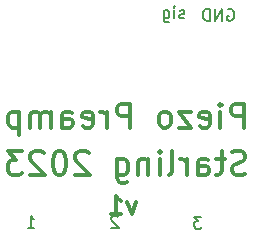
<source format=gbr>
%TF.GenerationSoftware,KiCad,Pcbnew,7.0.6-7.0.6~ubuntu22.04.1*%
%TF.CreationDate,2023-07-18T02:10:15-05:00*%
%TF.ProjectId,hydrophone_preamp,68796472-6f70-4686-9f6e-655f70726561,rev?*%
%TF.SameCoordinates,Original*%
%TF.FileFunction,Legend,Bot*%
%TF.FilePolarity,Positive*%
%FSLAX46Y46*%
G04 Gerber Fmt 4.6, Leading zero omitted, Abs format (unit mm)*
G04 Created by KiCad (PCBNEW 7.0.6-7.0.6~ubuntu22.04.1) date 2023-07-18 02:10:15*
%MOMM*%
%LPD*%
G01*
G04 APERTURE LIST*
%ADD10C,0.300000*%
%ADD11C,0.150000*%
G04 APERTURE END LIST*
D10*
X130788346Y-120200828D02*
X130431203Y-121200828D01*
X130431203Y-121200828D02*
X130074060Y-120200828D01*
X128716917Y-121200828D02*
X129574060Y-121200828D01*
X129145489Y-121200828D02*
X129145489Y-119700828D01*
X129145489Y-119700828D02*
X129288346Y-119915114D01*
X129288346Y-119915114D02*
X129431203Y-120057971D01*
X129431203Y-120057971D02*
X129574060Y-120129400D01*
D11*
X129285713Y-121470057D02*
X129238094Y-121422438D01*
X129238094Y-121422438D02*
X129142856Y-121374819D01*
X129142856Y-121374819D02*
X128904761Y-121374819D01*
X128904761Y-121374819D02*
X128809523Y-121422438D01*
X128809523Y-121422438D02*
X128761904Y-121470057D01*
X128761904Y-121470057D02*
X128714285Y-121565295D01*
X128714285Y-121565295D02*
X128714285Y-121660533D01*
X128714285Y-121660533D02*
X128761904Y-121803390D01*
X128761904Y-121803390D02*
X129333332Y-122374819D01*
X129333332Y-122374819D02*
X128714285Y-122374819D01*
D10*
X139952381Y-113909638D02*
X139952381Y-111909638D01*
X139952381Y-111909638D02*
X139190476Y-111909638D01*
X139190476Y-111909638D02*
X139000000Y-112004876D01*
X139000000Y-112004876D02*
X138904762Y-112100114D01*
X138904762Y-112100114D02*
X138809524Y-112290590D01*
X138809524Y-112290590D02*
X138809524Y-112576304D01*
X138809524Y-112576304D02*
X138904762Y-112766780D01*
X138904762Y-112766780D02*
X139000000Y-112862019D01*
X139000000Y-112862019D02*
X139190476Y-112957257D01*
X139190476Y-112957257D02*
X139952381Y-112957257D01*
X137952381Y-113909638D02*
X137952381Y-112576304D01*
X137952381Y-111909638D02*
X138047619Y-112004876D01*
X138047619Y-112004876D02*
X137952381Y-112100114D01*
X137952381Y-112100114D02*
X137857143Y-112004876D01*
X137857143Y-112004876D02*
X137952381Y-111909638D01*
X137952381Y-111909638D02*
X137952381Y-112100114D01*
X136238095Y-113814400D02*
X136428571Y-113909638D01*
X136428571Y-113909638D02*
X136809524Y-113909638D01*
X136809524Y-113909638D02*
X137000000Y-113814400D01*
X137000000Y-113814400D02*
X137095238Y-113623923D01*
X137095238Y-113623923D02*
X137095238Y-112862019D01*
X137095238Y-112862019D02*
X137000000Y-112671542D01*
X137000000Y-112671542D02*
X136809524Y-112576304D01*
X136809524Y-112576304D02*
X136428571Y-112576304D01*
X136428571Y-112576304D02*
X136238095Y-112671542D01*
X136238095Y-112671542D02*
X136142857Y-112862019D01*
X136142857Y-112862019D02*
X136142857Y-113052495D01*
X136142857Y-113052495D02*
X137095238Y-113242971D01*
X135476190Y-112576304D02*
X134428571Y-112576304D01*
X134428571Y-112576304D02*
X135476190Y-113909638D01*
X135476190Y-113909638D02*
X134428571Y-113909638D01*
X133380952Y-113909638D02*
X133571428Y-113814400D01*
X133571428Y-113814400D02*
X133666666Y-113719161D01*
X133666666Y-113719161D02*
X133761904Y-113528685D01*
X133761904Y-113528685D02*
X133761904Y-112957257D01*
X133761904Y-112957257D02*
X133666666Y-112766780D01*
X133666666Y-112766780D02*
X133571428Y-112671542D01*
X133571428Y-112671542D02*
X133380952Y-112576304D01*
X133380952Y-112576304D02*
X133095237Y-112576304D01*
X133095237Y-112576304D02*
X132904761Y-112671542D01*
X132904761Y-112671542D02*
X132809523Y-112766780D01*
X132809523Y-112766780D02*
X132714285Y-112957257D01*
X132714285Y-112957257D02*
X132714285Y-113528685D01*
X132714285Y-113528685D02*
X132809523Y-113719161D01*
X132809523Y-113719161D02*
X132904761Y-113814400D01*
X132904761Y-113814400D02*
X133095237Y-113909638D01*
X133095237Y-113909638D02*
X133380952Y-113909638D01*
X130333332Y-113909638D02*
X130333332Y-111909638D01*
X130333332Y-111909638D02*
X129571427Y-111909638D01*
X129571427Y-111909638D02*
X129380951Y-112004876D01*
X129380951Y-112004876D02*
X129285713Y-112100114D01*
X129285713Y-112100114D02*
X129190475Y-112290590D01*
X129190475Y-112290590D02*
X129190475Y-112576304D01*
X129190475Y-112576304D02*
X129285713Y-112766780D01*
X129285713Y-112766780D02*
X129380951Y-112862019D01*
X129380951Y-112862019D02*
X129571427Y-112957257D01*
X129571427Y-112957257D02*
X130333332Y-112957257D01*
X128333332Y-113909638D02*
X128333332Y-112576304D01*
X128333332Y-112957257D02*
X128238094Y-112766780D01*
X128238094Y-112766780D02*
X128142856Y-112671542D01*
X128142856Y-112671542D02*
X127952380Y-112576304D01*
X127952380Y-112576304D02*
X127761903Y-112576304D01*
X126333332Y-113814400D02*
X126523808Y-113909638D01*
X126523808Y-113909638D02*
X126904761Y-113909638D01*
X126904761Y-113909638D02*
X127095237Y-113814400D01*
X127095237Y-113814400D02*
X127190475Y-113623923D01*
X127190475Y-113623923D02*
X127190475Y-112862019D01*
X127190475Y-112862019D02*
X127095237Y-112671542D01*
X127095237Y-112671542D02*
X126904761Y-112576304D01*
X126904761Y-112576304D02*
X126523808Y-112576304D01*
X126523808Y-112576304D02*
X126333332Y-112671542D01*
X126333332Y-112671542D02*
X126238094Y-112862019D01*
X126238094Y-112862019D02*
X126238094Y-113052495D01*
X126238094Y-113052495D02*
X127190475Y-113242971D01*
X124523808Y-113909638D02*
X124523808Y-112862019D01*
X124523808Y-112862019D02*
X124619046Y-112671542D01*
X124619046Y-112671542D02*
X124809522Y-112576304D01*
X124809522Y-112576304D02*
X125190475Y-112576304D01*
X125190475Y-112576304D02*
X125380951Y-112671542D01*
X124523808Y-113814400D02*
X124714284Y-113909638D01*
X124714284Y-113909638D02*
X125190475Y-113909638D01*
X125190475Y-113909638D02*
X125380951Y-113814400D01*
X125380951Y-113814400D02*
X125476189Y-113623923D01*
X125476189Y-113623923D02*
X125476189Y-113433447D01*
X125476189Y-113433447D02*
X125380951Y-113242971D01*
X125380951Y-113242971D02*
X125190475Y-113147733D01*
X125190475Y-113147733D02*
X124714284Y-113147733D01*
X124714284Y-113147733D02*
X124523808Y-113052495D01*
X123571427Y-113909638D02*
X123571427Y-112576304D01*
X123571427Y-112766780D02*
X123476189Y-112671542D01*
X123476189Y-112671542D02*
X123285713Y-112576304D01*
X123285713Y-112576304D02*
X122999998Y-112576304D01*
X122999998Y-112576304D02*
X122809522Y-112671542D01*
X122809522Y-112671542D02*
X122714284Y-112862019D01*
X122714284Y-112862019D02*
X122714284Y-113909638D01*
X122714284Y-112862019D02*
X122619046Y-112671542D01*
X122619046Y-112671542D02*
X122428570Y-112576304D01*
X122428570Y-112576304D02*
X122142856Y-112576304D01*
X122142856Y-112576304D02*
X121952379Y-112671542D01*
X121952379Y-112671542D02*
X121857141Y-112862019D01*
X121857141Y-112862019D02*
X121857141Y-113909638D01*
X120904760Y-112576304D02*
X120904760Y-114576304D01*
X120904760Y-112671542D02*
X120714284Y-112576304D01*
X120714284Y-112576304D02*
X120333331Y-112576304D01*
X120333331Y-112576304D02*
X120142855Y-112671542D01*
X120142855Y-112671542D02*
X120047617Y-112766780D01*
X120047617Y-112766780D02*
X119952379Y-112957257D01*
X119952379Y-112957257D02*
X119952379Y-113528685D01*
X119952379Y-113528685D02*
X120047617Y-113719161D01*
X120047617Y-113719161D02*
X120142855Y-113814400D01*
X120142855Y-113814400D02*
X120333331Y-113909638D01*
X120333331Y-113909638D02*
X120714284Y-113909638D01*
X120714284Y-113909638D02*
X120904760Y-113814400D01*
D11*
X134904761Y-104607200D02*
X134809523Y-104654819D01*
X134809523Y-104654819D02*
X134619047Y-104654819D01*
X134619047Y-104654819D02*
X134523809Y-104607200D01*
X134523809Y-104607200D02*
X134476190Y-104511961D01*
X134476190Y-104511961D02*
X134476190Y-104464342D01*
X134476190Y-104464342D02*
X134523809Y-104369104D01*
X134523809Y-104369104D02*
X134619047Y-104321485D01*
X134619047Y-104321485D02*
X134761904Y-104321485D01*
X134761904Y-104321485D02*
X134857142Y-104273866D01*
X134857142Y-104273866D02*
X134904761Y-104178628D01*
X134904761Y-104178628D02*
X134904761Y-104131009D01*
X134904761Y-104131009D02*
X134857142Y-104035771D01*
X134857142Y-104035771D02*
X134761904Y-103988152D01*
X134761904Y-103988152D02*
X134619047Y-103988152D01*
X134619047Y-103988152D02*
X134523809Y-104035771D01*
X134047618Y-104654819D02*
X134047618Y-103988152D01*
X134047618Y-103654819D02*
X134095237Y-103702438D01*
X134095237Y-103702438D02*
X134047618Y-103750057D01*
X134047618Y-103750057D02*
X133999999Y-103702438D01*
X133999999Y-103702438D02*
X134047618Y-103654819D01*
X134047618Y-103654819D02*
X134047618Y-103750057D01*
X133142857Y-103988152D02*
X133142857Y-104797676D01*
X133142857Y-104797676D02*
X133190476Y-104892914D01*
X133190476Y-104892914D02*
X133238095Y-104940533D01*
X133238095Y-104940533D02*
X133333333Y-104988152D01*
X133333333Y-104988152D02*
X133476190Y-104988152D01*
X133476190Y-104988152D02*
X133571428Y-104940533D01*
X133142857Y-104607200D02*
X133238095Y-104654819D01*
X133238095Y-104654819D02*
X133428571Y-104654819D01*
X133428571Y-104654819D02*
X133523809Y-104607200D01*
X133523809Y-104607200D02*
X133571428Y-104559580D01*
X133571428Y-104559580D02*
X133619047Y-104464342D01*
X133619047Y-104464342D02*
X133619047Y-104178628D01*
X133619047Y-104178628D02*
X133571428Y-104083390D01*
X133571428Y-104083390D02*
X133523809Y-104035771D01*
X133523809Y-104035771D02*
X133428571Y-103988152D01*
X133428571Y-103988152D02*
X133238095Y-103988152D01*
X133238095Y-103988152D02*
X133142857Y-104035771D01*
X121634285Y-122374819D02*
X122205713Y-122374819D01*
X121919999Y-122374819D02*
X121919999Y-121374819D01*
X121919999Y-121374819D02*
X122015237Y-121517676D01*
X122015237Y-121517676D02*
X122110475Y-121612914D01*
X122110475Y-121612914D02*
X122205713Y-121660533D01*
X138561904Y-103902438D02*
X138657142Y-103854819D01*
X138657142Y-103854819D02*
X138799999Y-103854819D01*
X138799999Y-103854819D02*
X138942856Y-103902438D01*
X138942856Y-103902438D02*
X139038094Y-103997676D01*
X139038094Y-103997676D02*
X139085713Y-104092914D01*
X139085713Y-104092914D02*
X139133332Y-104283390D01*
X139133332Y-104283390D02*
X139133332Y-104426247D01*
X139133332Y-104426247D02*
X139085713Y-104616723D01*
X139085713Y-104616723D02*
X139038094Y-104711961D01*
X139038094Y-104711961D02*
X138942856Y-104807200D01*
X138942856Y-104807200D02*
X138799999Y-104854819D01*
X138799999Y-104854819D02*
X138704761Y-104854819D01*
X138704761Y-104854819D02*
X138561904Y-104807200D01*
X138561904Y-104807200D02*
X138514285Y-104759580D01*
X138514285Y-104759580D02*
X138514285Y-104426247D01*
X138514285Y-104426247D02*
X138704761Y-104426247D01*
X138085713Y-104854819D02*
X138085713Y-103854819D01*
X138085713Y-103854819D02*
X137514285Y-104854819D01*
X137514285Y-104854819D02*
X137514285Y-103854819D01*
X137038094Y-104854819D02*
X137038094Y-103854819D01*
X137038094Y-103854819D02*
X136799999Y-103854819D01*
X136799999Y-103854819D02*
X136657142Y-103902438D01*
X136657142Y-103902438D02*
X136561904Y-103997676D01*
X136561904Y-103997676D02*
X136514285Y-104092914D01*
X136514285Y-104092914D02*
X136466666Y-104283390D01*
X136466666Y-104283390D02*
X136466666Y-104426247D01*
X136466666Y-104426247D02*
X136514285Y-104616723D01*
X136514285Y-104616723D02*
X136561904Y-104711961D01*
X136561904Y-104711961D02*
X136657142Y-104807200D01*
X136657142Y-104807200D02*
X136799999Y-104854819D01*
X136799999Y-104854819D02*
X137038094Y-104854819D01*
D10*
X140047619Y-117814400D02*
X139761905Y-117909638D01*
X139761905Y-117909638D02*
X139285714Y-117909638D01*
X139285714Y-117909638D02*
X139095238Y-117814400D01*
X139095238Y-117814400D02*
X139000000Y-117719161D01*
X139000000Y-117719161D02*
X138904762Y-117528685D01*
X138904762Y-117528685D02*
X138904762Y-117338209D01*
X138904762Y-117338209D02*
X139000000Y-117147733D01*
X139000000Y-117147733D02*
X139095238Y-117052495D01*
X139095238Y-117052495D02*
X139285714Y-116957257D01*
X139285714Y-116957257D02*
X139666667Y-116862019D01*
X139666667Y-116862019D02*
X139857143Y-116766780D01*
X139857143Y-116766780D02*
X139952381Y-116671542D01*
X139952381Y-116671542D02*
X140047619Y-116481066D01*
X140047619Y-116481066D02*
X140047619Y-116290590D01*
X140047619Y-116290590D02*
X139952381Y-116100114D01*
X139952381Y-116100114D02*
X139857143Y-116004876D01*
X139857143Y-116004876D02*
X139666667Y-115909638D01*
X139666667Y-115909638D02*
X139190476Y-115909638D01*
X139190476Y-115909638D02*
X138904762Y-116004876D01*
X138333333Y-116576304D02*
X137571429Y-116576304D01*
X138047619Y-115909638D02*
X138047619Y-117623923D01*
X138047619Y-117623923D02*
X137952381Y-117814400D01*
X137952381Y-117814400D02*
X137761905Y-117909638D01*
X137761905Y-117909638D02*
X137571429Y-117909638D01*
X136047619Y-117909638D02*
X136047619Y-116862019D01*
X136047619Y-116862019D02*
X136142857Y-116671542D01*
X136142857Y-116671542D02*
X136333333Y-116576304D01*
X136333333Y-116576304D02*
X136714286Y-116576304D01*
X136714286Y-116576304D02*
X136904762Y-116671542D01*
X136047619Y-117814400D02*
X136238095Y-117909638D01*
X136238095Y-117909638D02*
X136714286Y-117909638D01*
X136714286Y-117909638D02*
X136904762Y-117814400D01*
X136904762Y-117814400D02*
X137000000Y-117623923D01*
X137000000Y-117623923D02*
X137000000Y-117433447D01*
X137000000Y-117433447D02*
X136904762Y-117242971D01*
X136904762Y-117242971D02*
X136714286Y-117147733D01*
X136714286Y-117147733D02*
X136238095Y-117147733D01*
X136238095Y-117147733D02*
X136047619Y-117052495D01*
X135095238Y-117909638D02*
X135095238Y-116576304D01*
X135095238Y-116957257D02*
X135000000Y-116766780D01*
X135000000Y-116766780D02*
X134904762Y-116671542D01*
X134904762Y-116671542D02*
X134714286Y-116576304D01*
X134714286Y-116576304D02*
X134523809Y-116576304D01*
X133571429Y-117909638D02*
X133761905Y-117814400D01*
X133761905Y-117814400D02*
X133857143Y-117623923D01*
X133857143Y-117623923D02*
X133857143Y-115909638D01*
X132809524Y-117909638D02*
X132809524Y-116576304D01*
X132809524Y-115909638D02*
X132904762Y-116004876D01*
X132904762Y-116004876D02*
X132809524Y-116100114D01*
X132809524Y-116100114D02*
X132714286Y-116004876D01*
X132714286Y-116004876D02*
X132809524Y-115909638D01*
X132809524Y-115909638D02*
X132809524Y-116100114D01*
X131857143Y-116576304D02*
X131857143Y-117909638D01*
X131857143Y-116766780D02*
X131761905Y-116671542D01*
X131761905Y-116671542D02*
X131571429Y-116576304D01*
X131571429Y-116576304D02*
X131285714Y-116576304D01*
X131285714Y-116576304D02*
X131095238Y-116671542D01*
X131095238Y-116671542D02*
X131000000Y-116862019D01*
X131000000Y-116862019D02*
X131000000Y-117909638D01*
X129190476Y-116576304D02*
X129190476Y-118195352D01*
X129190476Y-118195352D02*
X129285714Y-118385828D01*
X129285714Y-118385828D02*
X129380952Y-118481066D01*
X129380952Y-118481066D02*
X129571429Y-118576304D01*
X129571429Y-118576304D02*
X129857143Y-118576304D01*
X129857143Y-118576304D02*
X130047619Y-118481066D01*
X129190476Y-117814400D02*
X129380952Y-117909638D01*
X129380952Y-117909638D02*
X129761905Y-117909638D01*
X129761905Y-117909638D02*
X129952381Y-117814400D01*
X129952381Y-117814400D02*
X130047619Y-117719161D01*
X130047619Y-117719161D02*
X130142857Y-117528685D01*
X130142857Y-117528685D02*
X130142857Y-116957257D01*
X130142857Y-116957257D02*
X130047619Y-116766780D01*
X130047619Y-116766780D02*
X129952381Y-116671542D01*
X129952381Y-116671542D02*
X129761905Y-116576304D01*
X129761905Y-116576304D02*
X129380952Y-116576304D01*
X129380952Y-116576304D02*
X129190476Y-116671542D01*
X126809523Y-116100114D02*
X126714285Y-116004876D01*
X126714285Y-116004876D02*
X126523809Y-115909638D01*
X126523809Y-115909638D02*
X126047618Y-115909638D01*
X126047618Y-115909638D02*
X125857142Y-116004876D01*
X125857142Y-116004876D02*
X125761904Y-116100114D01*
X125761904Y-116100114D02*
X125666666Y-116290590D01*
X125666666Y-116290590D02*
X125666666Y-116481066D01*
X125666666Y-116481066D02*
X125761904Y-116766780D01*
X125761904Y-116766780D02*
X126904761Y-117909638D01*
X126904761Y-117909638D02*
X125666666Y-117909638D01*
X124428571Y-115909638D02*
X124238094Y-115909638D01*
X124238094Y-115909638D02*
X124047618Y-116004876D01*
X124047618Y-116004876D02*
X123952380Y-116100114D01*
X123952380Y-116100114D02*
X123857142Y-116290590D01*
X123857142Y-116290590D02*
X123761904Y-116671542D01*
X123761904Y-116671542D02*
X123761904Y-117147733D01*
X123761904Y-117147733D02*
X123857142Y-117528685D01*
X123857142Y-117528685D02*
X123952380Y-117719161D01*
X123952380Y-117719161D02*
X124047618Y-117814400D01*
X124047618Y-117814400D02*
X124238094Y-117909638D01*
X124238094Y-117909638D02*
X124428571Y-117909638D01*
X124428571Y-117909638D02*
X124619047Y-117814400D01*
X124619047Y-117814400D02*
X124714285Y-117719161D01*
X124714285Y-117719161D02*
X124809523Y-117528685D01*
X124809523Y-117528685D02*
X124904761Y-117147733D01*
X124904761Y-117147733D02*
X124904761Y-116671542D01*
X124904761Y-116671542D02*
X124809523Y-116290590D01*
X124809523Y-116290590D02*
X124714285Y-116100114D01*
X124714285Y-116100114D02*
X124619047Y-116004876D01*
X124619047Y-116004876D02*
X124428571Y-115909638D01*
X122999999Y-116100114D02*
X122904761Y-116004876D01*
X122904761Y-116004876D02*
X122714285Y-115909638D01*
X122714285Y-115909638D02*
X122238094Y-115909638D01*
X122238094Y-115909638D02*
X122047618Y-116004876D01*
X122047618Y-116004876D02*
X121952380Y-116100114D01*
X121952380Y-116100114D02*
X121857142Y-116290590D01*
X121857142Y-116290590D02*
X121857142Y-116481066D01*
X121857142Y-116481066D02*
X121952380Y-116766780D01*
X121952380Y-116766780D02*
X123095237Y-117909638D01*
X123095237Y-117909638D02*
X121857142Y-117909638D01*
X121190475Y-115909638D02*
X119952380Y-115909638D01*
X119952380Y-115909638D02*
X120619047Y-116671542D01*
X120619047Y-116671542D02*
X120333332Y-116671542D01*
X120333332Y-116671542D02*
X120142856Y-116766780D01*
X120142856Y-116766780D02*
X120047618Y-116862019D01*
X120047618Y-116862019D02*
X119952380Y-117052495D01*
X119952380Y-117052495D02*
X119952380Y-117528685D01*
X119952380Y-117528685D02*
X120047618Y-117719161D01*
X120047618Y-117719161D02*
X120142856Y-117814400D01*
X120142856Y-117814400D02*
X120333332Y-117909638D01*
X120333332Y-117909638D02*
X120904761Y-117909638D01*
X120904761Y-117909638D02*
X121095237Y-117814400D01*
X121095237Y-117814400D02*
X121190475Y-117719161D01*
D11*
X136333332Y-121454819D02*
X135714285Y-121454819D01*
X135714285Y-121454819D02*
X136047618Y-121835771D01*
X136047618Y-121835771D02*
X135904761Y-121835771D01*
X135904761Y-121835771D02*
X135809523Y-121883390D01*
X135809523Y-121883390D02*
X135761904Y-121931009D01*
X135761904Y-121931009D02*
X135714285Y-122026247D01*
X135714285Y-122026247D02*
X135714285Y-122264342D01*
X135714285Y-122264342D02*
X135761904Y-122359580D01*
X135761904Y-122359580D02*
X135809523Y-122407200D01*
X135809523Y-122407200D02*
X135904761Y-122454819D01*
X135904761Y-122454819D02*
X136190475Y-122454819D01*
X136190475Y-122454819D02*
X136285713Y-122407200D01*
X136285713Y-122407200D02*
X136333332Y-122359580D01*
M02*

</source>
